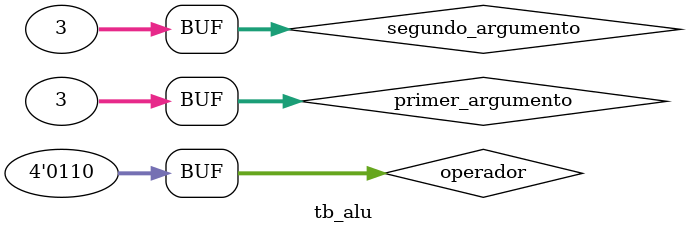
<source format=v>
`timescale 1ns / 1ps


module tb_alu;
    reg [31:0] primer_argumento;
    reg [31:0] segundo_argumento;
    reg [3:0] operador;
    
    wire [31:0] resultado;
    wire cero;
    
    alu alu(
        .first_arg(primer_argumento),
        .second_arg(segundo_argumento),
        .operator(operador),
        
        .result(resultado),
        .zero(cero)
    );
    
    initial
    begin
        primer_argumento = 10;
        segundo_argumento= 10;
        operador = 2;
    #1
        primer_argumento = 1;
        segundo_argumento= 3;
        operador = 0;
    #1
        primer_argumento = 3;
        segundo_argumento= 3;
        operador = 6;
            
    end
endmodule

</source>
